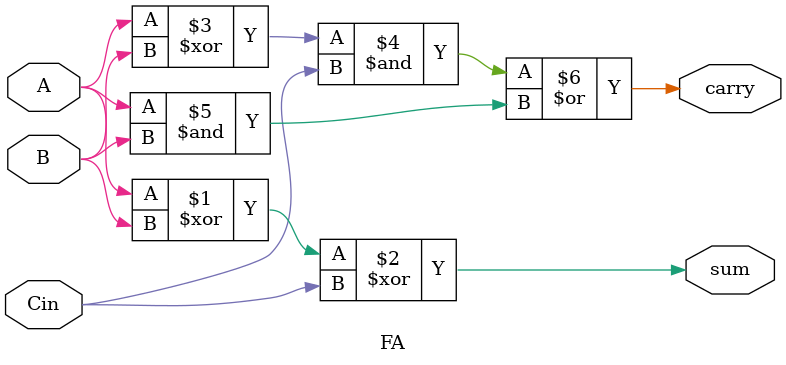
<source format=v>
`timescale 1ns/1ns
module FA(
    input           A            ,
    input           B            ,
    input           Cin          ,
    output          sum          ,
    output          carry           //           
);

   // ################################ Outputs ##################################

   assign sum = A ^ B ^ Cin;
   assign carry = (A ^ B) & Cin | (A & B);

endmodule // FA


</source>
